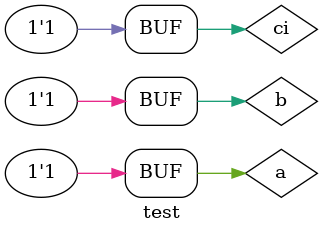
<source format=sv>
module xor_gate(output l ,input m,n);
  assign l = m^n;
endmodule
module and_gate(output o ,input p,q);
  assign o = p&q;
endmodule
module or_gate(output r ,input s,t);
  assign r = s|t;
endmodule

module fulladder(a,b,ci,s,c);
  input a,b,ci;
  output s,c;
  wire T1,T2,T3;
  
  xor_gate X1(T1, a,b);
  xor_gate X2(s, T1,ci);
  
  and_gate A2(T2, T1,ci);
  and_gate A1(T3, a,b);
  
  or_gate O1(c, T2,T3);
  
endmodule
  
  
  //testbench

module test;
  
  reg a,b,ci;
  wire s,c;
  
  fulladder name(.a(a), .b(b), .ci(ci), .s(s), .c(c));
  
  initial
    begin
      
      $dumpfile("mux.vcd"); //used to dump the waveforms
      $dumpvars(1);
      $monitor("%d%d%d  %d,  %d",a,b,ci,s,c);
      #10 a=1'b0; b=1'b0; ci=1'b0;
      #10 a=1'b0; b=1'b0; ci=1'b1;
      #10 a=1'b0; b=1'b1; ci=1'b0;
      #10 a=1'b0; b=1'b1; ci=1'b1;
      #10 a=1'b1; b=1'b0; ci=1'b0;
      #10 a=1'b1; b=1'b0; ci=1'b1;
      #10 a=1'b1; b=1'b1; ci=1'b0;
      #10 a=1'b1; b=1'b1; ci=1'b1;
      #10 a=1'b0; b=1'b0; ci=1'b0;
      #10 a=1'b0; b=1'b0; ci=1'b1;
      #10 a=1'b0; b=1'b1; ci=1'b0;
      #10 a=1'b0; b=1'b1; ci=1'b1;
      #10 a=1'b1; b=1'b0; ci=1'b0;
      #10 a=1'b1; b=1'b0; ci=1'b1;
      #10 a=1'b1; b=1'b1; ci=1'b0;
      #10 a=1'b1; b=1'b1; ci=1'b1;
    end
endmodule
      
      
      

</source>
